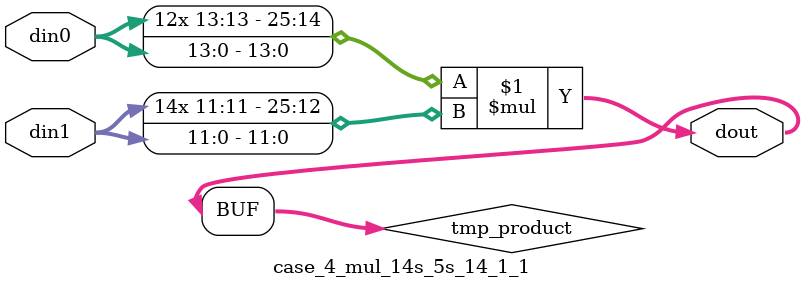
<source format=v>

`timescale 1 ns / 1 ps

 module case_4_mul_14s_5s_14_1_1(din0, din1, dout);
parameter ID = 1;
parameter NUM_STAGE = 0;
parameter din0_WIDTH = 14;
parameter din1_WIDTH = 12;
parameter dout_WIDTH = 26;

input [din0_WIDTH - 1 : 0] din0; 
input [din1_WIDTH - 1 : 0] din1; 
output [dout_WIDTH - 1 : 0] dout;

wire signed [dout_WIDTH - 1 : 0] tmp_product;



























assign tmp_product = $signed(din0) * $signed(din1);








assign dout = tmp_product;





















endmodule

</source>
